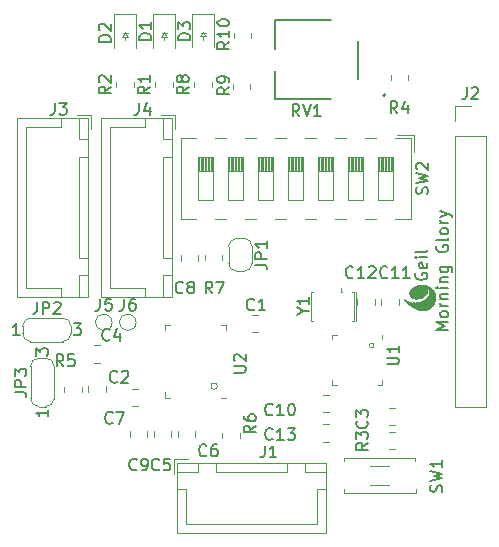
<source format=gto>
G04 #@! TF.GenerationSoftware,KiCad,Pcbnew,(5.1.12-1-10_14)*
G04 #@! TF.CreationDate,2021-12-21T11:16:05-05:00*
G04 #@! TF.ProjectId,FlowerPeripheral,466c6f77-6572-4506-9572-697068657261,rev?*
G04 #@! TF.SameCoordinates,Original*
G04 #@! TF.FileFunction,Legend,Top*
G04 #@! TF.FilePolarity,Positive*
%FSLAX46Y46*%
G04 Gerber Fmt 4.6, Leading zero omitted, Abs format (unit mm)*
G04 Created by KiCad (PCBNEW (5.1.12-1-10_14)) date 2021-12-21 11:16:05*
%MOMM*%
%LPD*%
G01*
G04 APERTURE LIST*
%ADD10C,0.150000*%
%ADD11C,0.120000*%
%ADD12C,0.125000*%
%ADD13C,0.100000*%
%ADD14C,0.200000*%
%ADD15C,0.127000*%
G04 APERTURE END LIST*
D10*
X159774000Y-98456666D02*
X159726380Y-98551904D01*
X159726380Y-98694761D01*
X159774000Y-98837619D01*
X159869238Y-98932857D01*
X159964476Y-98980476D01*
X160154952Y-99028095D01*
X160297809Y-99028095D01*
X160488285Y-98980476D01*
X160583523Y-98932857D01*
X160678761Y-98837619D01*
X160726380Y-98694761D01*
X160726380Y-98599523D01*
X160678761Y-98456666D01*
X160631142Y-98409047D01*
X160297809Y-98409047D01*
X160297809Y-98599523D01*
X160678761Y-97599523D02*
X160726380Y-97694761D01*
X160726380Y-97885238D01*
X160678761Y-97980476D01*
X160583523Y-98028095D01*
X160202571Y-98028095D01*
X160107333Y-97980476D01*
X160059714Y-97885238D01*
X160059714Y-97694761D01*
X160107333Y-97599523D01*
X160202571Y-97551904D01*
X160297809Y-97551904D01*
X160393047Y-98028095D01*
X160726380Y-97123333D02*
X160059714Y-97123333D01*
X159726380Y-97123333D02*
X159774000Y-97170952D01*
X159821619Y-97123333D01*
X159774000Y-97075714D01*
X159726380Y-97123333D01*
X159821619Y-97123333D01*
X160726380Y-96504285D02*
X160678761Y-96599523D01*
X160583523Y-96647142D01*
X159726380Y-96647142D01*
X162504380Y-103274190D02*
X161504380Y-103274190D01*
X162218666Y-102940857D01*
X161504380Y-102607523D01*
X162504380Y-102607523D01*
X162504380Y-101988476D02*
X162456761Y-102083714D01*
X162409142Y-102131333D01*
X162313904Y-102178952D01*
X162028190Y-102178952D01*
X161932952Y-102131333D01*
X161885333Y-102083714D01*
X161837714Y-101988476D01*
X161837714Y-101845619D01*
X161885333Y-101750380D01*
X161932952Y-101702761D01*
X162028190Y-101655142D01*
X162313904Y-101655142D01*
X162409142Y-101702761D01*
X162456761Y-101750380D01*
X162504380Y-101845619D01*
X162504380Y-101988476D01*
X162504380Y-101226571D02*
X161837714Y-101226571D01*
X162028190Y-101226571D02*
X161932952Y-101178952D01*
X161885333Y-101131333D01*
X161837714Y-101036095D01*
X161837714Y-100940857D01*
X161837714Y-100607523D02*
X162504380Y-100607523D01*
X161932952Y-100607523D02*
X161885333Y-100559904D01*
X161837714Y-100464666D01*
X161837714Y-100321809D01*
X161885333Y-100226571D01*
X161980571Y-100178952D01*
X162504380Y-100178952D01*
X162504380Y-99702761D02*
X161837714Y-99702761D01*
X161504380Y-99702761D02*
X161552000Y-99750380D01*
X161599619Y-99702761D01*
X161552000Y-99655142D01*
X161504380Y-99702761D01*
X161599619Y-99702761D01*
X161837714Y-99226571D02*
X162504380Y-99226571D01*
X161932952Y-99226571D02*
X161885333Y-99178952D01*
X161837714Y-99083714D01*
X161837714Y-98940857D01*
X161885333Y-98845619D01*
X161980571Y-98798000D01*
X162504380Y-98798000D01*
X161837714Y-97893238D02*
X162647238Y-97893238D01*
X162742476Y-97940857D01*
X162790095Y-97988476D01*
X162837714Y-98083714D01*
X162837714Y-98226571D01*
X162790095Y-98321809D01*
X162456761Y-97893238D02*
X162504380Y-97988476D01*
X162504380Y-98178952D01*
X162456761Y-98274190D01*
X162409142Y-98321809D01*
X162313904Y-98369428D01*
X162028190Y-98369428D01*
X161932952Y-98321809D01*
X161885333Y-98274190D01*
X161837714Y-98178952D01*
X161837714Y-97988476D01*
X161885333Y-97893238D01*
X161552000Y-96131333D02*
X161504380Y-96226571D01*
X161504380Y-96369428D01*
X161552000Y-96512285D01*
X161647238Y-96607523D01*
X161742476Y-96655142D01*
X161932952Y-96702761D01*
X162075809Y-96702761D01*
X162266285Y-96655142D01*
X162361523Y-96607523D01*
X162456761Y-96512285D01*
X162504380Y-96369428D01*
X162504380Y-96274190D01*
X162456761Y-96131333D01*
X162409142Y-96083714D01*
X162075809Y-96083714D01*
X162075809Y-96274190D01*
X162504380Y-95512285D02*
X162456761Y-95607523D01*
X162361523Y-95655142D01*
X161504380Y-95655142D01*
X162504380Y-94988476D02*
X162456761Y-95083714D01*
X162409142Y-95131333D01*
X162313904Y-95178952D01*
X162028190Y-95178952D01*
X161932952Y-95131333D01*
X161885333Y-95083714D01*
X161837714Y-94988476D01*
X161837714Y-94845619D01*
X161885333Y-94750380D01*
X161932952Y-94702761D01*
X162028190Y-94655142D01*
X162313904Y-94655142D01*
X162409142Y-94702761D01*
X162456761Y-94750380D01*
X162504380Y-94845619D01*
X162504380Y-94988476D01*
X162504380Y-94226571D02*
X161837714Y-94226571D01*
X162028190Y-94226571D02*
X161932952Y-94178952D01*
X161885333Y-94131333D01*
X161837714Y-94036095D01*
X161837714Y-93940857D01*
X161837714Y-93702761D02*
X162504380Y-93464666D01*
X161837714Y-93226571D02*
X162504380Y-93464666D01*
X162742476Y-93559904D01*
X162790095Y-93607523D01*
X162837714Y-93702761D01*
D11*
X156220305Y-104584500D02*
G75*
G03*
X156220305Y-104584500I-200805J0D01*
G01*
X142953908Y-108013500D02*
G75*
G03*
X142953908Y-108013500I-269408J0D01*
G01*
X132538748Y-106035000D02*
X133061252Y-106035000D01*
X132538748Y-104565000D02*
X133061252Y-104565000D01*
X150892100Y-102482500D02*
X150892100Y-100482500D01*
X154492100Y-100482500D02*
X154492100Y-102482500D01*
X153442100Y-100082500D02*
X153442100Y-99682500D01*
X154692100Y-102482500D02*
X154692100Y-100482500D01*
X150892100Y-100482500D02*
X150892100Y-100082500D01*
X154492100Y-100482500D02*
X154492100Y-100082500D01*
X154692100Y-100482500D02*
X154692100Y-100082500D01*
X154492100Y-102482500D02*
X154342100Y-102482500D01*
X154492100Y-100082500D02*
X154342100Y-100082500D01*
X153442100Y-100082500D02*
X153492100Y-100082500D01*
X150892100Y-100082500D02*
X151042100Y-100082500D01*
X150892100Y-102482500D02*
X151042100Y-102482500D01*
X156833900Y-101124652D02*
X156833900Y-100602148D01*
X158303900Y-101124652D02*
X158303900Y-100602148D01*
X156271900Y-101124652D02*
X156271900Y-100602148D01*
X154801900Y-101124652D02*
X154801900Y-100602148D01*
D12*
X158903840Y-100856340D02*
X158975410Y-100934685D01*
X158975410Y-100934685D02*
X159046019Y-101005833D01*
X158839009Y-100779657D02*
X158903840Y-100856340D01*
X158789440Y-100714068D02*
X158839009Y-100779657D01*
X159478261Y-99762157D02*
X159406997Y-99829484D01*
X161066126Y-99779723D02*
X160976584Y-99699030D01*
X160689739Y-100072995D02*
X160725969Y-99985203D01*
X160725969Y-99985203D02*
X160755135Y-99894743D01*
X160774344Y-99809370D02*
X160777595Y-99790915D01*
X160777595Y-99790915D02*
X160780552Y-99775074D01*
X160780552Y-99775074D02*
X160783234Y-99761305D01*
X160787540Y-99759063D02*
X160805799Y-99770833D01*
X160805799Y-99770833D02*
X160825835Y-99784999D01*
X160825835Y-99784999D02*
X160845611Y-99800712D01*
X159508300Y-100968662D02*
X159407241Y-100948240D01*
X159407241Y-100948240D02*
X159299120Y-100919459D01*
X159299120Y-100919459D02*
X159189844Y-100884099D01*
X159189844Y-100884099D02*
X159085260Y-100843875D01*
X159085260Y-100843875D02*
X159019455Y-100814612D01*
X159019455Y-100814612D02*
X158940982Y-100776254D01*
X158940982Y-100776254D02*
X158866194Y-100737261D01*
X158866194Y-100737261D02*
X158813831Y-100706777D01*
X158813831Y-100706777D02*
X158796682Y-100696163D01*
X158796682Y-100696163D02*
X158782023Y-100687447D01*
X158782023Y-100687447D02*
X158769183Y-100680046D01*
X158767863Y-100681355D02*
X158773732Y-100690715D01*
X158773732Y-100690715D02*
X158780793Y-100701509D01*
X158780793Y-100701509D02*
X158789440Y-100714068D01*
D13*
G36*
X158889700Y-100749100D02*
G01*
X159054800Y-100830380D01*
X159260540Y-100906580D01*
X159509460Y-100970080D01*
X159748220Y-100990400D01*
X159913320Y-100970080D01*
X160131760Y-100919280D01*
X160362900Y-100817680D01*
X160535620Y-100723700D01*
X160672780Y-100632260D01*
X160830260Y-100462080D01*
X160916620Y-100307140D01*
X160959800Y-100157280D01*
X160957260Y-99984560D01*
X160903920Y-99855020D01*
X160812480Y-99773740D01*
X160784540Y-99781360D01*
X160748980Y-99908360D01*
X160708340Y-100030280D01*
X160604200Y-100215700D01*
X160474660Y-100360480D01*
X160355280Y-100457000D01*
X160243520Y-100538280D01*
X160047940Y-100596700D01*
X159814260Y-100617020D01*
X159639000Y-100589080D01*
X159478980Y-100530660D01*
X159364680Y-100454460D01*
X159296100Y-100383340D01*
X159245300Y-100299520D01*
X159232600Y-100197920D01*
X159235140Y-100119180D01*
X159255460Y-100035360D01*
X159303720Y-99949000D01*
X159415480Y-99816920D01*
X159545020Y-99702620D01*
X159735520Y-99588320D01*
X159997140Y-99494340D01*
X160256220Y-99463860D01*
X160538160Y-99481640D01*
X160766760Y-99550220D01*
X161015680Y-99705160D01*
X161213800Y-99918520D01*
X161353500Y-100180140D01*
X161422080Y-100449380D01*
X161411920Y-100708460D01*
X161335720Y-100954840D01*
X161216340Y-101185980D01*
X161061400Y-101343460D01*
X160883600Y-101465380D01*
X160586420Y-101564440D01*
X160370520Y-101600000D01*
X160121600Y-101582220D01*
X159793940Y-101495860D01*
X159492928Y-101347493D01*
X159263610Y-101193184D01*
X158975410Y-100934685D01*
X158796682Y-100696163D01*
X158889700Y-100749100D01*
G37*
X158889700Y-100749100D02*
X159054800Y-100830380D01*
X159260540Y-100906580D01*
X159509460Y-100970080D01*
X159748220Y-100990400D01*
X159913320Y-100970080D01*
X160131760Y-100919280D01*
X160362900Y-100817680D01*
X160535620Y-100723700D01*
X160672780Y-100632260D01*
X160830260Y-100462080D01*
X160916620Y-100307140D01*
X160959800Y-100157280D01*
X160957260Y-99984560D01*
X160903920Y-99855020D01*
X160812480Y-99773740D01*
X160784540Y-99781360D01*
X160748980Y-99908360D01*
X160708340Y-100030280D01*
X160604200Y-100215700D01*
X160474660Y-100360480D01*
X160355280Y-100457000D01*
X160243520Y-100538280D01*
X160047940Y-100596700D01*
X159814260Y-100617020D01*
X159639000Y-100589080D01*
X159478980Y-100530660D01*
X159364680Y-100454460D01*
X159296100Y-100383340D01*
X159245300Y-100299520D01*
X159232600Y-100197920D01*
X159235140Y-100119180D01*
X159255460Y-100035360D01*
X159303720Y-99949000D01*
X159415480Y-99816920D01*
X159545020Y-99702620D01*
X159735520Y-99588320D01*
X159997140Y-99494340D01*
X160256220Y-99463860D01*
X160538160Y-99481640D01*
X160766760Y-99550220D01*
X161015680Y-99705160D01*
X161213800Y-99918520D01*
X161353500Y-100180140D01*
X161422080Y-100449380D01*
X161411920Y-100708460D01*
X161335720Y-100954840D01*
X161216340Y-101185980D01*
X161061400Y-101343460D01*
X160883600Y-101465380D01*
X160586420Y-101564440D01*
X160370520Y-101600000D01*
X160121600Y-101582220D01*
X159793940Y-101495860D01*
X159492928Y-101347493D01*
X159263610Y-101193184D01*
X158975410Y-100934685D01*
X158796682Y-100696163D01*
X158889700Y-100749100D01*
D12*
X159492928Y-101347493D02*
G75*
G02*
X159263610Y-101193184I1115378J1905100D01*
G01*
X159263610Y-101193184D02*
G75*
G02*
X159046019Y-101005833I1565121J2037783D01*
G01*
X158767862Y-100681356D02*
G75*
G02*
X158767996Y-100680204I793J492D01*
G01*
X158767997Y-100680204D02*
G75*
G02*
X158769183Y-100680046I696J-697D01*
G01*
X159728644Y-100987795D02*
G75*
G02*
X159508300Y-100968662I11118J1406404D01*
G01*
X159939914Y-100970556D02*
G75*
G02*
X159728644Y-100987795I-201878J1170857D01*
G01*
X160152052Y-100914940D02*
G75*
G02*
X159939914Y-100970556I-429915J1207452D01*
G01*
X160375149Y-100819202D02*
G75*
G02*
X160152052Y-100914940I-866616J1711637D01*
G01*
X160546032Y-100718712D02*
G75*
G02*
X160375149Y-100819201I-883069J1306134D01*
G01*
X160690552Y-100603702D02*
G75*
G02*
X160546032Y-100718712I-811080J870891D01*
G01*
X160807367Y-100475222D02*
G75*
G02*
X160690552Y-100603702I-830006J637304D01*
G01*
X160895574Y-100334518D02*
G75*
G02*
X160807368Y-100475222I-783526J393184D01*
G01*
X160954634Y-100175422D02*
G75*
G02*
X160895573Y-100334518I-752159J188711D01*
G01*
X160965769Y-100029665D02*
G75*
G02*
X160954634Y-100175423I-431220J-40361D01*
G01*
X160928306Y-99903387D02*
G75*
G02*
X160965769Y-100029665I-300825J-157940D01*
G01*
X160845611Y-99800712D02*
G75*
G02*
X160928307Y-99903386I-219163J-261158D01*
G01*
X160783923Y-99759746D02*
G75*
G02*
X160787540Y-99759063I2179J-1617D01*
G01*
X160783234Y-99761305D02*
G75*
G02*
X160783923Y-99759746I3793J-746D01*
G01*
X160774344Y-99809369D02*
G75*
G02*
X160755135Y-99894743I-848264J146008D01*
G01*
X160689739Y-100072994D02*
G75*
G02*
X160649253Y-100150330I-775659J356801D01*
G01*
X160649253Y-100150330D02*
G75*
G02*
X160518227Y-100325330I-863172J509724D01*
G01*
X160518227Y-100325331D02*
G75*
G02*
X160352697Y-100467243I-724485J677562D01*
G01*
X160352697Y-100467243D02*
G75*
G02*
X160165302Y-100566023I-527006J772635D01*
G01*
X160165302Y-100566023D02*
G75*
G02*
X159969748Y-100613814I-277853J712949D01*
G01*
X159969748Y-100613813D02*
G75*
G02*
X159793142Y-100615019I-94254J871246D01*
G01*
X159793142Y-100615020D02*
G75*
G02*
X159617571Y-100581005I86539J916808D01*
G01*
X159617571Y-100581005D02*
G75*
G02*
X159460316Y-100516275I237993J801566D01*
G01*
X159460316Y-100516275D02*
G75*
G02*
X159338242Y-100426314I251945J469685D01*
G01*
X160478027Y-99477507D02*
G75*
G02*
X160700935Y-99531360I-92380J-870639D01*
G01*
X160700935Y-99531360D02*
G75*
G02*
X160791667Y-99573254I-280537J-726762D01*
G01*
X160791666Y-99573255D02*
G75*
G02*
X160884325Y-99629682I-514784J-949608D01*
G01*
X159338242Y-100426314D02*
G75*
G02*
X159250455Y-100294174I271386J275526D01*
G01*
X159250455Y-100294174D02*
G75*
G02*
X159230771Y-100146558I282553J112798D01*
G01*
X161375832Y-100303363D02*
G75*
G02*
X161409161Y-100600125I-1010580J-263749D01*
G01*
X161409161Y-100600124D02*
G75*
G02*
X161358102Y-100898454I-1100392J34796D01*
G01*
X161358102Y-100898455D02*
G75*
G02*
X161262010Y-101108789I-911957J289514D01*
G01*
X161262010Y-101108788D02*
G75*
G02*
X161119299Y-101286835I-774130J474276D01*
G01*
X161119299Y-101286834D02*
G75*
G02*
X160932555Y-101427872I-667253J689341D01*
G01*
X160932554Y-101427872D02*
G75*
G02*
X160706647Y-101529032I-599591J1036169D01*
G01*
X160706647Y-101529032D02*
G75*
G02*
X160526143Y-101574568I-413437J1258325D01*
G01*
X160526143Y-101574569D02*
G75*
G02*
X160344735Y-101593133I-214567J1201058D01*
G01*
X160344735Y-101593133D02*
G75*
G02*
X160161036Y-101584508I-33756J1241611D01*
G01*
X160884325Y-99629682D02*
G75*
G02*
X160976584Y-99699030I-685938J-1008599D01*
G01*
X161066126Y-99779722D02*
G75*
G02*
X161259098Y-100024782I-850086J-867907D01*
G01*
X161259098Y-100024782D02*
G75*
G02*
X161375831Y-100303363I-919373J-548992D01*
G01*
X159230771Y-100146558D02*
G75*
G02*
X159283884Y-99989198I394213J-45414D01*
G01*
X159283884Y-99989198D02*
G75*
G02*
X159406997Y-99829484I721855J-429122D01*
G01*
X159478261Y-99762157D02*
G75*
G02*
X159549786Y-99704871I672399J-766247D01*
G01*
X159549786Y-99704871D02*
G75*
G02*
X159623642Y-99656102I558304J-765186D01*
G01*
X159623642Y-99656102D02*
G75*
G02*
X159701879Y-99614329I488534J-820821D01*
G01*
X159701878Y-99614329D02*
G75*
G02*
X159954858Y-99521064I638776J-1342942D01*
G01*
X159954859Y-99521064D02*
G75*
G02*
X160221459Y-99474575I391498J-1457447D01*
G01*
X160221459Y-99474575D02*
G75*
G02*
X160478028Y-99477507I112782J-1358049D01*
G01*
X160161036Y-101584507D02*
G75*
G02*
X159973697Y-101548959I173181J1424063D01*
G01*
X159973697Y-101548959D02*
G75*
G02*
X159730735Y-101466644I444215J1710858D01*
G01*
X159730735Y-101466644D02*
G75*
G02*
X159492928Y-101347493I793717J1881030D01*
G01*
D11*
X141078000Y-111798748D02*
X141078000Y-112321252D01*
X139608000Y-111798748D02*
X139608000Y-112321252D01*
X136082000Y-102616000D02*
G75*
G03*
X136082000Y-102616000I-700000J0D01*
G01*
X156923000Y-107526000D02*
X156923000Y-107901000D01*
X156923000Y-107901000D02*
X156548000Y-107901000D01*
X152703000Y-104056000D02*
X152703000Y-103681000D01*
X152703000Y-103681000D02*
X153078000Y-103681000D01*
X152703000Y-107526000D02*
X152703000Y-107901000D01*
X152703000Y-107901000D02*
X153078000Y-107901000D01*
X156923000Y-104056000D02*
X156923000Y-103681000D01*
X134050000Y-102616000D02*
G75*
G03*
X134050000Y-102616000I-700000J0D01*
G01*
X145907000Y-96201000D02*
X145907000Y-97601000D01*
X145207000Y-98301000D02*
X144607000Y-98301000D01*
X143907000Y-97601000D02*
X143907000Y-96201000D01*
X144607000Y-95501000D02*
X145207000Y-95501000D01*
X145907000Y-97601000D02*
G75*
G02*
X145207000Y-98301000I-700000J0D01*
G01*
X144607000Y-98301000D02*
G75*
G02*
X143907000Y-97601000I0J700000D01*
G01*
X143907000Y-96201000D02*
G75*
G02*
X144607000Y-95501000I700000J0D01*
G01*
X145207000Y-95501000D02*
G75*
G02*
X145907000Y-96201000I0J-700000D01*
G01*
X136278252Y-109735000D02*
X135755748Y-109735000D01*
X136278252Y-108265000D02*
X135755748Y-108265000D01*
X145915748Y-103478000D02*
X146438252Y-103478000D01*
X145915748Y-102008000D02*
X146438252Y-102008000D01*
X132034000Y-108549252D02*
X132034000Y-108026748D01*
X133504000Y-108549252D02*
X133504000Y-108026748D01*
X137576000Y-111798748D02*
X137576000Y-112321252D01*
X139046000Y-111798748D02*
X139046000Y-112321252D01*
X139854000Y-97416252D02*
X139854000Y-96893748D01*
X141324000Y-97416252D02*
X141324000Y-96893748D01*
X137014000Y-112321252D02*
X137014000Y-111798748D01*
X135544000Y-112321252D02*
X135544000Y-111798748D01*
X131472000Y-108515064D02*
X131472000Y-108060936D01*
X130002000Y-108515064D02*
X130002000Y-108060936D01*
X143365000Y-111972936D02*
X143365000Y-112427064D01*
X144835000Y-111972936D02*
X144835000Y-112427064D01*
X141886000Y-97382064D02*
X141886000Y-96927936D01*
X143356000Y-97382064D02*
X143356000Y-96927936D01*
X139553000Y-114507000D02*
X139553000Y-120477000D01*
X139553000Y-120477000D02*
X152173000Y-120477000D01*
X152173000Y-120477000D02*
X152173000Y-114507000D01*
X152173000Y-114507000D02*
X139553000Y-114507000D01*
X142863000Y-114517000D02*
X142863000Y-115267000D01*
X142863000Y-115267000D02*
X148863000Y-115267000D01*
X148863000Y-115267000D02*
X148863000Y-114517000D01*
X148863000Y-114517000D02*
X142863000Y-114517000D01*
X139563000Y-114517000D02*
X139563000Y-115267000D01*
X139563000Y-115267000D02*
X141363000Y-115267000D01*
X141363000Y-115267000D02*
X141363000Y-114517000D01*
X141363000Y-114517000D02*
X139563000Y-114517000D01*
X150363000Y-114517000D02*
X150363000Y-115267000D01*
X150363000Y-115267000D02*
X152163000Y-115267000D01*
X152163000Y-115267000D02*
X152163000Y-114517000D01*
X152163000Y-114517000D02*
X150363000Y-114517000D01*
X139563000Y-116767000D02*
X140313000Y-116767000D01*
X140313000Y-116767000D02*
X140313000Y-119717000D01*
X140313000Y-119717000D02*
X145863000Y-119717000D01*
X152163000Y-116767000D02*
X151413000Y-116767000D01*
X151413000Y-116767000D02*
X151413000Y-119717000D01*
X151413000Y-119717000D02*
X145863000Y-119717000D01*
X140513000Y-114217000D02*
X139263000Y-114217000D01*
X139263000Y-114217000D02*
X139263000Y-115467000D01*
X132290000Y-85034000D02*
X131040000Y-85034000D01*
X132290000Y-86284000D02*
X132290000Y-85034000D01*
X126790000Y-99684000D02*
X126790000Y-92884000D01*
X129740000Y-99684000D02*
X126790000Y-99684000D01*
X129740000Y-100434000D02*
X129740000Y-99684000D01*
X126790000Y-86084000D02*
X126790000Y-92884000D01*
X129740000Y-86084000D02*
X126790000Y-86084000D01*
X129740000Y-85334000D02*
X129740000Y-86084000D01*
X131990000Y-100434000D02*
X131990000Y-98634000D01*
X131240000Y-100434000D02*
X131990000Y-100434000D01*
X131240000Y-98634000D02*
X131240000Y-100434000D01*
X131990000Y-98634000D02*
X131240000Y-98634000D01*
X131990000Y-87134000D02*
X131990000Y-85334000D01*
X131240000Y-87134000D02*
X131990000Y-87134000D01*
X131240000Y-85334000D02*
X131240000Y-87134000D01*
X131990000Y-85334000D02*
X131240000Y-85334000D01*
X131990000Y-97134000D02*
X131990000Y-88634000D01*
X131240000Y-97134000D02*
X131990000Y-97134000D01*
X131240000Y-88634000D02*
X131240000Y-97134000D01*
X131990000Y-88634000D02*
X131240000Y-88634000D01*
X132000000Y-100444000D02*
X132000000Y-85324000D01*
X126030000Y-100444000D02*
X132000000Y-100444000D01*
X126030000Y-85324000D02*
X126030000Y-100444000D01*
X132000000Y-85324000D02*
X126030000Y-85324000D01*
X139112000Y-85324000D02*
X133142000Y-85324000D01*
X133142000Y-85324000D02*
X133142000Y-100444000D01*
X133142000Y-100444000D02*
X139112000Y-100444000D01*
X139112000Y-100444000D02*
X139112000Y-85324000D01*
X139102000Y-88634000D02*
X138352000Y-88634000D01*
X138352000Y-88634000D02*
X138352000Y-97134000D01*
X138352000Y-97134000D02*
X139102000Y-97134000D01*
X139102000Y-97134000D02*
X139102000Y-88634000D01*
X139102000Y-85334000D02*
X138352000Y-85334000D01*
X138352000Y-85334000D02*
X138352000Y-87134000D01*
X138352000Y-87134000D02*
X139102000Y-87134000D01*
X139102000Y-87134000D02*
X139102000Y-85334000D01*
X139102000Y-98634000D02*
X138352000Y-98634000D01*
X138352000Y-98634000D02*
X138352000Y-100434000D01*
X138352000Y-100434000D02*
X139102000Y-100434000D01*
X139102000Y-100434000D02*
X139102000Y-98634000D01*
X136852000Y-85334000D02*
X136852000Y-86084000D01*
X136852000Y-86084000D02*
X133902000Y-86084000D01*
X133902000Y-86084000D02*
X133902000Y-92884000D01*
X136852000Y-100434000D02*
X136852000Y-99684000D01*
X136852000Y-99684000D02*
X133902000Y-99684000D01*
X133902000Y-99684000D02*
X133902000Y-92884000D01*
X139402000Y-86284000D02*
X139402000Y-85034000D01*
X139402000Y-85034000D02*
X138152000Y-85034000D01*
X159336000Y-87014000D02*
X159336000Y-93834000D01*
X139876000Y-87014000D02*
X139876000Y-93834000D01*
X159336000Y-87014000D02*
X158026000Y-87014000D01*
X156426000Y-87014000D02*
X155486000Y-87014000D01*
X153886000Y-87014000D02*
X152946000Y-87014000D01*
X151346000Y-87014000D02*
X150406000Y-87014000D01*
X148806000Y-87014000D02*
X147866000Y-87014000D01*
X146266000Y-87014000D02*
X145326000Y-87014000D01*
X143726000Y-87014000D02*
X142786000Y-87014000D01*
X141186000Y-87014000D02*
X139876000Y-87014000D01*
X141186000Y-93834000D02*
X139876000Y-93834000D01*
X143726000Y-93834000D02*
X142786000Y-93834000D01*
X146266000Y-93834000D02*
X145326000Y-93834000D01*
X148806000Y-93834000D02*
X147866000Y-93834000D01*
X151346000Y-93834000D02*
X150406000Y-93834000D01*
X153886000Y-93834000D02*
X152946000Y-93834000D01*
X159336000Y-93834000D02*
X158026000Y-93834000D01*
X156426000Y-93834000D02*
X155486000Y-93834000D01*
X159576000Y-86774000D02*
X159576000Y-88157000D01*
X159576000Y-86774000D02*
X158193000Y-86774000D01*
X157861000Y-88614000D02*
X156591000Y-88614000D01*
X156591000Y-88614000D02*
X156591000Y-92234000D01*
X156591000Y-92234000D02*
X157861000Y-92234000D01*
X157861000Y-92234000D02*
X157861000Y-88614000D01*
X157741000Y-88614000D02*
X157741000Y-89820667D01*
X157621000Y-88614000D02*
X157621000Y-89820667D01*
X157501000Y-88614000D02*
X157501000Y-89820667D01*
X157381000Y-88614000D02*
X157381000Y-89820667D01*
X157261000Y-88614000D02*
X157261000Y-89820667D01*
X157141000Y-88614000D02*
X157141000Y-89820667D01*
X157021000Y-88614000D02*
X157021000Y-89820667D01*
X156901000Y-88614000D02*
X156901000Y-89820667D01*
X156781000Y-88614000D02*
X156781000Y-89820667D01*
X156661000Y-88614000D02*
X156661000Y-89820667D01*
X157861000Y-89820667D02*
X156591000Y-89820667D01*
X155321000Y-88614000D02*
X154051000Y-88614000D01*
X154051000Y-88614000D02*
X154051000Y-92234000D01*
X154051000Y-92234000D02*
X155321000Y-92234000D01*
X155321000Y-92234000D02*
X155321000Y-88614000D01*
X155201000Y-88614000D02*
X155201000Y-89820667D01*
X155081000Y-88614000D02*
X155081000Y-89820667D01*
X154961000Y-88614000D02*
X154961000Y-89820667D01*
X154841000Y-88614000D02*
X154841000Y-89820667D01*
X154721000Y-88614000D02*
X154721000Y-89820667D01*
X154601000Y-88614000D02*
X154601000Y-89820667D01*
X154481000Y-88614000D02*
X154481000Y-89820667D01*
X154361000Y-88614000D02*
X154361000Y-89820667D01*
X154241000Y-88614000D02*
X154241000Y-89820667D01*
X154121000Y-88614000D02*
X154121000Y-89820667D01*
X155321000Y-89820667D02*
X154051000Y-89820667D01*
X152781000Y-88614000D02*
X151511000Y-88614000D01*
X151511000Y-88614000D02*
X151511000Y-92234000D01*
X151511000Y-92234000D02*
X152781000Y-92234000D01*
X152781000Y-92234000D02*
X152781000Y-88614000D01*
X152661000Y-88614000D02*
X152661000Y-89820667D01*
X152541000Y-88614000D02*
X152541000Y-89820667D01*
X152421000Y-88614000D02*
X152421000Y-89820667D01*
X152301000Y-88614000D02*
X152301000Y-89820667D01*
X152181000Y-88614000D02*
X152181000Y-89820667D01*
X152061000Y-88614000D02*
X152061000Y-89820667D01*
X151941000Y-88614000D02*
X151941000Y-89820667D01*
X151821000Y-88614000D02*
X151821000Y-89820667D01*
X151701000Y-88614000D02*
X151701000Y-89820667D01*
X151581000Y-88614000D02*
X151581000Y-89820667D01*
X152781000Y-89820667D02*
X151511000Y-89820667D01*
X150241000Y-88614000D02*
X148971000Y-88614000D01*
X148971000Y-88614000D02*
X148971000Y-92234000D01*
X148971000Y-92234000D02*
X150241000Y-92234000D01*
X150241000Y-92234000D02*
X150241000Y-88614000D01*
X150121000Y-88614000D02*
X150121000Y-89820667D01*
X150001000Y-88614000D02*
X150001000Y-89820667D01*
X149881000Y-88614000D02*
X149881000Y-89820667D01*
X149761000Y-88614000D02*
X149761000Y-89820667D01*
X149641000Y-88614000D02*
X149641000Y-89820667D01*
X149521000Y-88614000D02*
X149521000Y-89820667D01*
X149401000Y-88614000D02*
X149401000Y-89820667D01*
X149281000Y-88614000D02*
X149281000Y-89820667D01*
X149161000Y-88614000D02*
X149161000Y-89820667D01*
X149041000Y-88614000D02*
X149041000Y-89820667D01*
X150241000Y-89820667D02*
X148971000Y-89820667D01*
X147701000Y-88614000D02*
X146431000Y-88614000D01*
X146431000Y-88614000D02*
X146431000Y-92234000D01*
X146431000Y-92234000D02*
X147701000Y-92234000D01*
X147701000Y-92234000D02*
X147701000Y-88614000D01*
X147581000Y-88614000D02*
X147581000Y-89820667D01*
X147461000Y-88614000D02*
X147461000Y-89820667D01*
X147341000Y-88614000D02*
X147341000Y-89820667D01*
X147221000Y-88614000D02*
X147221000Y-89820667D01*
X147101000Y-88614000D02*
X147101000Y-89820667D01*
X146981000Y-88614000D02*
X146981000Y-89820667D01*
X146861000Y-88614000D02*
X146861000Y-89820667D01*
X146741000Y-88614000D02*
X146741000Y-89820667D01*
X146621000Y-88614000D02*
X146621000Y-89820667D01*
X146501000Y-88614000D02*
X146501000Y-89820667D01*
X147701000Y-89820667D02*
X146431000Y-89820667D01*
X145161000Y-88614000D02*
X143891000Y-88614000D01*
X143891000Y-88614000D02*
X143891000Y-92234000D01*
X143891000Y-92234000D02*
X145161000Y-92234000D01*
X145161000Y-92234000D02*
X145161000Y-88614000D01*
X145041000Y-88614000D02*
X145041000Y-89820667D01*
X144921000Y-88614000D02*
X144921000Y-89820667D01*
X144801000Y-88614000D02*
X144801000Y-89820667D01*
X144681000Y-88614000D02*
X144681000Y-89820667D01*
X144561000Y-88614000D02*
X144561000Y-89820667D01*
X144441000Y-88614000D02*
X144441000Y-89820667D01*
X144321000Y-88614000D02*
X144321000Y-89820667D01*
X144201000Y-88614000D02*
X144201000Y-89820667D01*
X144081000Y-88614000D02*
X144081000Y-89820667D01*
X143961000Y-88614000D02*
X143961000Y-89820667D01*
X145161000Y-89820667D02*
X143891000Y-89820667D01*
X142621000Y-88614000D02*
X141351000Y-88614000D01*
X141351000Y-88614000D02*
X141351000Y-92234000D01*
X141351000Y-92234000D02*
X142621000Y-92234000D01*
X142621000Y-92234000D02*
X142621000Y-88614000D01*
X142501000Y-88614000D02*
X142501000Y-89820667D01*
X142381000Y-88614000D02*
X142381000Y-89820667D01*
X142261000Y-88614000D02*
X142261000Y-89820667D01*
X142141000Y-88614000D02*
X142141000Y-89820667D01*
X142021000Y-88614000D02*
X142021000Y-89820667D01*
X141901000Y-88614000D02*
X141901000Y-89820667D01*
X141781000Y-88614000D02*
X141781000Y-89820667D01*
X141661000Y-88614000D02*
X141661000Y-89820667D01*
X141541000Y-88614000D02*
X141541000Y-89820667D01*
X141421000Y-88614000D02*
X141421000Y-89820667D01*
X142621000Y-89820667D02*
X141351000Y-89820667D01*
X157472748Y-111352000D02*
X157995252Y-111352000D01*
X157472748Y-109882000D02*
X157995252Y-109882000D01*
X157961064Y-111914000D02*
X157506936Y-111914000D01*
X157961064Y-113384000D02*
X157506936Y-113384000D01*
X155918000Y-116370000D02*
X157518000Y-116370000D01*
X155918000Y-114770000D02*
X157518000Y-114770000D01*
X159818000Y-117070000D02*
X159818000Y-116770000D01*
X153718000Y-117070000D02*
X159818000Y-117070000D01*
X153718000Y-116770000D02*
X153718000Y-117070000D01*
X153718000Y-114070000D02*
X153718000Y-114370000D01*
X159718000Y-114070000D02*
X159718000Y-114370000D01*
X153718000Y-114070000D02*
X159718000Y-114070000D01*
X152407252Y-108739000D02*
X151884748Y-108739000D01*
X152407252Y-110209000D02*
X151884748Y-110209000D01*
X152407252Y-112735000D02*
X151884748Y-112735000D01*
X152407252Y-111265000D02*
X151884748Y-111265000D01*
X143232000Y-109028000D02*
X143707000Y-109028000D01*
X138487000Y-102808000D02*
X138487000Y-103283000D01*
X138962000Y-102808000D02*
X138487000Y-102808000D01*
X143707000Y-102808000D02*
X143707000Y-103283000D01*
X143232000Y-102808000D02*
X143707000Y-102808000D01*
X138487000Y-109028000D02*
X138487000Y-108553000D01*
X138962000Y-109028000D02*
X138487000Y-109028000D01*
D14*
X157184000Y-83391000D02*
G75*
G03*
X157184000Y-83391000I-100000J0D01*
G01*
D15*
X147864000Y-83746000D02*
X152614000Y-83746000D01*
X147864000Y-81306000D02*
X147864000Y-83746000D01*
X147864000Y-77036000D02*
X152614000Y-77036000D01*
X147864000Y-79476000D02*
X147864000Y-77036000D01*
X154904000Y-82016000D02*
X154904000Y-78766000D01*
D11*
X163071500Y-109788000D02*
X165731500Y-109788000D01*
X163071500Y-86868000D02*
X163071500Y-109788000D01*
X165731500Y-86868000D02*
X165731500Y-109788000D01*
X163071500Y-86868000D02*
X165731500Y-86868000D01*
X163071500Y-85598000D02*
X163071500Y-84268000D01*
X163071500Y-84268000D02*
X164401500Y-84268000D01*
X140772000Y-76473600D02*
X140772000Y-79333600D01*
X142692000Y-76473600D02*
X140772000Y-76473600D01*
X142692000Y-79333600D02*
X142692000Y-76473600D01*
X142007000Y-78408600D02*
X141782000Y-78133600D01*
X141782000Y-78133600D02*
X141507000Y-78408600D01*
X141507000Y-78408600D02*
X142007000Y-78408600D01*
X141782000Y-78408600D02*
X141782000Y-78683600D01*
X141782000Y-78133600D02*
X141782000Y-78008600D01*
X141982000Y-78133600D02*
X141557000Y-78133600D01*
X137695000Y-82726264D02*
X137695000Y-82272136D01*
X139165000Y-82726264D02*
X139165000Y-82272136D01*
X135863000Y-82726264D02*
X135863000Y-82272136D01*
X134393000Y-82726264D02*
X134393000Y-82272136D01*
X140997000Y-82726264D02*
X140997000Y-82272136D01*
X142467000Y-82726264D02*
X142467000Y-82272136D01*
X144248200Y-82853264D02*
X144248200Y-82399136D01*
X145718200Y-82853264D02*
X145718200Y-82399136D01*
X145819800Y-78535264D02*
X145819800Y-78081136D01*
X144349800Y-78535264D02*
X144349800Y-78081136D01*
X127124000Y-102251000D02*
X129924000Y-102251000D01*
X130574000Y-102951000D02*
X130574000Y-103551000D01*
X129924000Y-104251000D02*
X127124000Y-104251000D01*
X126474000Y-103551000D02*
X126474000Y-102951000D01*
X129874000Y-102251000D02*
G75*
G02*
X130574000Y-102951000I0J-700000D01*
G01*
X130574000Y-103551000D02*
G75*
G02*
X129874000Y-104251000I-700000J0D01*
G01*
X127174000Y-104251000D02*
G75*
G02*
X126474000Y-103551000I0J700000D01*
G01*
X126474000Y-102951000D02*
G75*
G02*
X127174000Y-102251000I700000J0D01*
G01*
X127843000Y-109746000D02*
G75*
G02*
X127143000Y-109046000I0J700000D01*
G01*
X129143000Y-109046000D02*
G75*
G02*
X128443000Y-109746000I-700000J0D01*
G01*
X128443000Y-105646000D02*
G75*
G02*
X129143000Y-106346000I0J-700000D01*
G01*
X127143000Y-106346000D02*
G75*
G02*
X127843000Y-105646000I700000J0D01*
G01*
X128443000Y-109746000D02*
X127843000Y-109746000D01*
X129143000Y-106296000D02*
X129143000Y-109096000D01*
X127843000Y-105646000D02*
X128443000Y-105646000D01*
X127143000Y-109096000D02*
X127143000Y-106296000D01*
X135378000Y-78159000D02*
X134953000Y-78159000D01*
X135178000Y-78159000D02*
X135178000Y-78034000D01*
X135178000Y-78434000D02*
X135178000Y-78709000D01*
X134903000Y-78434000D02*
X135403000Y-78434000D01*
X135178000Y-78159000D02*
X134903000Y-78434000D01*
X135403000Y-78434000D02*
X135178000Y-78159000D01*
X136088000Y-79359000D02*
X136088000Y-76499000D01*
X136088000Y-76499000D02*
X134168000Y-76499000D01*
X134168000Y-76499000D02*
X134168000Y-79359000D01*
X138680000Y-78159000D02*
X138255000Y-78159000D01*
X138480000Y-78159000D02*
X138480000Y-78034000D01*
X138480000Y-78434000D02*
X138480000Y-78709000D01*
X138205000Y-78434000D02*
X138705000Y-78434000D01*
X138480000Y-78159000D02*
X138205000Y-78434000D01*
X138705000Y-78434000D02*
X138480000Y-78159000D01*
X139390000Y-79359000D02*
X139390000Y-76499000D01*
X139390000Y-76499000D02*
X137470000Y-76499000D01*
X137470000Y-76499000D02*
X137470000Y-79359000D01*
X159104000Y-82142064D02*
X159104000Y-81687936D01*
X157634000Y-82142064D02*
X157634000Y-81687936D01*
D10*
X133839833Y-104069642D02*
X133792214Y-104117261D01*
X133649357Y-104164880D01*
X133554119Y-104164880D01*
X133411261Y-104117261D01*
X133316023Y-104022023D01*
X133268404Y-103926785D01*
X133220785Y-103736309D01*
X133220785Y-103593452D01*
X133268404Y-103402976D01*
X133316023Y-103307738D01*
X133411261Y-103212500D01*
X133554119Y-103164880D01*
X133649357Y-103164880D01*
X133792214Y-103212500D01*
X133839833Y-103260119D01*
X134696976Y-103498214D02*
X134696976Y-104164880D01*
X134458880Y-103117261D02*
X134220785Y-103831547D01*
X134839833Y-103831547D01*
X150217190Y-101695190D02*
X150693380Y-101695190D01*
X149693380Y-102028523D02*
X150217190Y-101695190D01*
X149693380Y-101361857D01*
X150693380Y-100504714D02*
X150693380Y-101076142D01*
X150693380Y-100790428D02*
X149693380Y-100790428D01*
X149836238Y-100885666D01*
X149931476Y-100980904D01*
X149979095Y-101076142D01*
X157345142Y-98782142D02*
X157297523Y-98829761D01*
X157154666Y-98877380D01*
X157059428Y-98877380D01*
X156916571Y-98829761D01*
X156821333Y-98734523D01*
X156773714Y-98639285D01*
X156726095Y-98448809D01*
X156726095Y-98305952D01*
X156773714Y-98115476D01*
X156821333Y-98020238D01*
X156916571Y-97925000D01*
X157059428Y-97877380D01*
X157154666Y-97877380D01*
X157297523Y-97925000D01*
X157345142Y-97972619D01*
X158297523Y-98877380D02*
X157726095Y-98877380D01*
X158011809Y-98877380D02*
X158011809Y-97877380D01*
X157916571Y-98020238D01*
X157821333Y-98115476D01*
X157726095Y-98163095D01*
X159249904Y-98877380D02*
X158678476Y-98877380D01*
X158964190Y-98877380D02*
X158964190Y-97877380D01*
X158868952Y-98020238D01*
X158773714Y-98115476D01*
X158678476Y-98163095D01*
X154449542Y-98782142D02*
X154401923Y-98829761D01*
X154259066Y-98877380D01*
X154163828Y-98877380D01*
X154020971Y-98829761D01*
X153925733Y-98734523D01*
X153878114Y-98639285D01*
X153830495Y-98448809D01*
X153830495Y-98305952D01*
X153878114Y-98115476D01*
X153925733Y-98020238D01*
X154020971Y-97925000D01*
X154163828Y-97877380D01*
X154259066Y-97877380D01*
X154401923Y-97925000D01*
X154449542Y-97972619D01*
X155401923Y-98877380D02*
X154830495Y-98877380D01*
X155116209Y-98877380D02*
X155116209Y-97877380D01*
X155020971Y-98020238D01*
X154925733Y-98115476D01*
X154830495Y-98163095D01*
X155782876Y-97972619D02*
X155830495Y-97925000D01*
X155925733Y-97877380D01*
X156163828Y-97877380D01*
X156259066Y-97925000D01*
X156306685Y-97972619D01*
X156354304Y-98067857D01*
X156354304Y-98163095D01*
X156306685Y-98305952D01*
X155735257Y-98877380D01*
X156354304Y-98877380D01*
X142033333Y-113857142D02*
X141985714Y-113904761D01*
X141842857Y-113952380D01*
X141747619Y-113952380D01*
X141604761Y-113904761D01*
X141509523Y-113809523D01*
X141461904Y-113714285D01*
X141414285Y-113523809D01*
X141414285Y-113380952D01*
X141461904Y-113190476D01*
X141509523Y-113095238D01*
X141604761Y-113000000D01*
X141747619Y-112952380D01*
X141842857Y-112952380D01*
X141985714Y-113000000D01*
X142033333Y-113047619D01*
X142890476Y-112952380D02*
X142700000Y-112952380D01*
X142604761Y-113000000D01*
X142557142Y-113047619D01*
X142461904Y-113190476D01*
X142414285Y-113380952D01*
X142414285Y-113761904D01*
X142461904Y-113857142D01*
X142509523Y-113904761D01*
X142604761Y-113952380D01*
X142795238Y-113952380D01*
X142890476Y-113904761D01*
X142938095Y-113857142D01*
X142985714Y-113761904D01*
X142985714Y-113523809D01*
X142938095Y-113428571D01*
X142890476Y-113380952D01*
X142795238Y-113333333D01*
X142604761Y-113333333D01*
X142509523Y-113380952D01*
X142461904Y-113428571D01*
X142414285Y-113523809D01*
X135048666Y-100620380D02*
X135048666Y-101334666D01*
X135001047Y-101477523D01*
X134905809Y-101572761D01*
X134762952Y-101620380D01*
X134667714Y-101620380D01*
X135953428Y-100620380D02*
X135762952Y-100620380D01*
X135667714Y-100668000D01*
X135620095Y-100715619D01*
X135524857Y-100858476D01*
X135477238Y-101048952D01*
X135477238Y-101429904D01*
X135524857Y-101525142D01*
X135572476Y-101572761D01*
X135667714Y-101620380D01*
X135858190Y-101620380D01*
X135953428Y-101572761D01*
X136001047Y-101525142D01*
X136048666Y-101429904D01*
X136048666Y-101191809D01*
X136001047Y-101096571D01*
X135953428Y-101048952D01*
X135858190Y-101001333D01*
X135667714Y-101001333D01*
X135572476Y-101048952D01*
X135524857Y-101096571D01*
X135477238Y-101191809D01*
X157313380Y-106171904D02*
X158122904Y-106171904D01*
X158218142Y-106124285D01*
X158265761Y-106076666D01*
X158313380Y-105981428D01*
X158313380Y-105790952D01*
X158265761Y-105695714D01*
X158218142Y-105648095D01*
X158122904Y-105600476D01*
X157313380Y-105600476D01*
X158313380Y-104600476D02*
X158313380Y-105171904D01*
X158313380Y-104886190D02*
X157313380Y-104886190D01*
X157456238Y-104981428D01*
X157551476Y-105076666D01*
X157599095Y-105171904D01*
X133016666Y-100620380D02*
X133016666Y-101334666D01*
X132969047Y-101477523D01*
X132873809Y-101572761D01*
X132730952Y-101620380D01*
X132635714Y-101620380D01*
X133969047Y-100620380D02*
X133492857Y-100620380D01*
X133445238Y-101096571D01*
X133492857Y-101048952D01*
X133588095Y-101001333D01*
X133826190Y-101001333D01*
X133921428Y-101048952D01*
X133969047Y-101096571D01*
X134016666Y-101191809D01*
X134016666Y-101429904D01*
X133969047Y-101525142D01*
X133921428Y-101572761D01*
X133826190Y-101620380D01*
X133588095Y-101620380D01*
X133492857Y-101572761D01*
X133445238Y-101525142D01*
X146159380Y-97734333D02*
X146873666Y-97734333D01*
X147016523Y-97781952D01*
X147111761Y-97877190D01*
X147159380Y-98020047D01*
X147159380Y-98115285D01*
X147159380Y-97258142D02*
X146159380Y-97258142D01*
X146159380Y-96877190D01*
X146207000Y-96781952D01*
X146254619Y-96734333D01*
X146349857Y-96686714D01*
X146492714Y-96686714D01*
X146587952Y-96734333D01*
X146635571Y-96781952D01*
X146683190Y-96877190D01*
X146683190Y-97258142D01*
X147159380Y-95734333D02*
X147159380Y-96305761D01*
X147159380Y-96020047D02*
X146159380Y-96020047D01*
X146302238Y-96115285D01*
X146397476Y-96210523D01*
X146445095Y-96305761D01*
X134083333Y-111107142D02*
X134035714Y-111154761D01*
X133892857Y-111202380D01*
X133797619Y-111202380D01*
X133654761Y-111154761D01*
X133559523Y-111059523D01*
X133511904Y-110964285D01*
X133464285Y-110773809D01*
X133464285Y-110630952D01*
X133511904Y-110440476D01*
X133559523Y-110345238D01*
X133654761Y-110250000D01*
X133797619Y-110202380D01*
X133892857Y-110202380D01*
X134035714Y-110250000D01*
X134083333Y-110297619D01*
X134416666Y-110202380D02*
X135083333Y-110202380D01*
X134654761Y-111202380D01*
X146073833Y-101512642D02*
X146026214Y-101560261D01*
X145883357Y-101607880D01*
X145788119Y-101607880D01*
X145645261Y-101560261D01*
X145550023Y-101465023D01*
X145502404Y-101369785D01*
X145454785Y-101179309D01*
X145454785Y-101036452D01*
X145502404Y-100845976D01*
X145550023Y-100750738D01*
X145645261Y-100655500D01*
X145788119Y-100607880D01*
X145883357Y-100607880D01*
X146026214Y-100655500D01*
X146073833Y-100703119D01*
X147026214Y-101607880D02*
X146454785Y-101607880D01*
X146740500Y-101607880D02*
X146740500Y-100607880D01*
X146645261Y-100750738D01*
X146550023Y-100845976D01*
X146454785Y-100893595D01*
X134483333Y-107627142D02*
X134435714Y-107674761D01*
X134292857Y-107722380D01*
X134197619Y-107722380D01*
X134054761Y-107674761D01*
X133959523Y-107579523D01*
X133911904Y-107484285D01*
X133864285Y-107293809D01*
X133864285Y-107150952D01*
X133911904Y-106960476D01*
X133959523Y-106865238D01*
X134054761Y-106770000D01*
X134197619Y-106722380D01*
X134292857Y-106722380D01*
X134435714Y-106770000D01*
X134483333Y-106817619D01*
X134864285Y-106817619D02*
X134911904Y-106770000D01*
X135007142Y-106722380D01*
X135245238Y-106722380D01*
X135340476Y-106770000D01*
X135388095Y-106817619D01*
X135435714Y-106912857D01*
X135435714Y-107008095D01*
X135388095Y-107150952D01*
X134816666Y-107722380D01*
X135435714Y-107722380D01*
X138033333Y-115057142D02*
X137985714Y-115104761D01*
X137842857Y-115152380D01*
X137747619Y-115152380D01*
X137604761Y-115104761D01*
X137509523Y-115009523D01*
X137461904Y-114914285D01*
X137414285Y-114723809D01*
X137414285Y-114580952D01*
X137461904Y-114390476D01*
X137509523Y-114295238D01*
X137604761Y-114200000D01*
X137747619Y-114152380D01*
X137842857Y-114152380D01*
X137985714Y-114200000D01*
X138033333Y-114247619D01*
X138938095Y-114152380D02*
X138461904Y-114152380D01*
X138414285Y-114628571D01*
X138461904Y-114580952D01*
X138557142Y-114533333D01*
X138795238Y-114533333D01*
X138890476Y-114580952D01*
X138938095Y-114628571D01*
X138985714Y-114723809D01*
X138985714Y-114961904D01*
X138938095Y-115057142D01*
X138890476Y-115104761D01*
X138795238Y-115152380D01*
X138557142Y-115152380D01*
X138461904Y-115104761D01*
X138414285Y-115057142D01*
X140041333Y-100077542D02*
X139993714Y-100125161D01*
X139850857Y-100172780D01*
X139755619Y-100172780D01*
X139612761Y-100125161D01*
X139517523Y-100029923D01*
X139469904Y-99934685D01*
X139422285Y-99744209D01*
X139422285Y-99601352D01*
X139469904Y-99410876D01*
X139517523Y-99315638D01*
X139612761Y-99220400D01*
X139755619Y-99172780D01*
X139850857Y-99172780D01*
X139993714Y-99220400D01*
X140041333Y-99268019D01*
X140612761Y-99601352D02*
X140517523Y-99553733D01*
X140469904Y-99506114D01*
X140422285Y-99410876D01*
X140422285Y-99363257D01*
X140469904Y-99268019D01*
X140517523Y-99220400D01*
X140612761Y-99172780D01*
X140803238Y-99172780D01*
X140898476Y-99220400D01*
X140946095Y-99268019D01*
X140993714Y-99363257D01*
X140993714Y-99410876D01*
X140946095Y-99506114D01*
X140898476Y-99553733D01*
X140803238Y-99601352D01*
X140612761Y-99601352D01*
X140517523Y-99648971D01*
X140469904Y-99696590D01*
X140422285Y-99791828D01*
X140422285Y-99982304D01*
X140469904Y-100077542D01*
X140517523Y-100125161D01*
X140612761Y-100172780D01*
X140803238Y-100172780D01*
X140898476Y-100125161D01*
X140946095Y-100077542D01*
X140993714Y-99982304D01*
X140993714Y-99791828D01*
X140946095Y-99696590D01*
X140898476Y-99648971D01*
X140803238Y-99601352D01*
X136133333Y-115057142D02*
X136085714Y-115104761D01*
X135942857Y-115152380D01*
X135847619Y-115152380D01*
X135704761Y-115104761D01*
X135609523Y-115009523D01*
X135561904Y-114914285D01*
X135514285Y-114723809D01*
X135514285Y-114580952D01*
X135561904Y-114390476D01*
X135609523Y-114295238D01*
X135704761Y-114200000D01*
X135847619Y-114152380D01*
X135942857Y-114152380D01*
X136085714Y-114200000D01*
X136133333Y-114247619D01*
X136609523Y-115152380D02*
X136800000Y-115152380D01*
X136895238Y-115104761D01*
X136942857Y-115057142D01*
X137038095Y-114914285D01*
X137085714Y-114723809D01*
X137085714Y-114342857D01*
X137038095Y-114247619D01*
X136990476Y-114200000D01*
X136895238Y-114152380D01*
X136704761Y-114152380D01*
X136609523Y-114200000D01*
X136561904Y-114247619D01*
X136514285Y-114342857D01*
X136514285Y-114580952D01*
X136561904Y-114676190D01*
X136609523Y-114723809D01*
X136704761Y-114771428D01*
X136895238Y-114771428D01*
X136990476Y-114723809D01*
X137038095Y-114676190D01*
X137085714Y-114580952D01*
X129923333Y-106342380D02*
X129590000Y-105866190D01*
X129351904Y-106342380D02*
X129351904Y-105342380D01*
X129732857Y-105342380D01*
X129828095Y-105390000D01*
X129875714Y-105437619D01*
X129923333Y-105532857D01*
X129923333Y-105675714D01*
X129875714Y-105770952D01*
X129828095Y-105818571D01*
X129732857Y-105866190D01*
X129351904Y-105866190D01*
X130828095Y-105342380D02*
X130351904Y-105342380D01*
X130304285Y-105818571D01*
X130351904Y-105770952D01*
X130447142Y-105723333D01*
X130685238Y-105723333D01*
X130780476Y-105770952D01*
X130828095Y-105818571D01*
X130875714Y-105913809D01*
X130875714Y-106151904D01*
X130828095Y-106247142D01*
X130780476Y-106294761D01*
X130685238Y-106342380D01*
X130447142Y-106342380D01*
X130351904Y-106294761D01*
X130304285Y-106247142D01*
X146203380Y-111366666D02*
X145727190Y-111700000D01*
X146203380Y-111938095D02*
X145203380Y-111938095D01*
X145203380Y-111557142D01*
X145251000Y-111461904D01*
X145298619Y-111414285D01*
X145393857Y-111366666D01*
X145536714Y-111366666D01*
X145631952Y-111414285D01*
X145679571Y-111461904D01*
X145727190Y-111557142D01*
X145727190Y-111938095D01*
X145203380Y-110509523D02*
X145203380Y-110700000D01*
X145251000Y-110795238D01*
X145298619Y-110842857D01*
X145441476Y-110938095D01*
X145631952Y-110985714D01*
X146012904Y-110985714D01*
X146108142Y-110938095D01*
X146155761Y-110890476D01*
X146203380Y-110795238D01*
X146203380Y-110604761D01*
X146155761Y-110509523D01*
X146108142Y-110461904D01*
X146012904Y-110414285D01*
X145774809Y-110414285D01*
X145679571Y-110461904D01*
X145631952Y-110509523D01*
X145584333Y-110604761D01*
X145584333Y-110795238D01*
X145631952Y-110890476D01*
X145679571Y-110938095D01*
X145774809Y-110985714D01*
X142530533Y-100172780D02*
X142197200Y-99696590D01*
X141959104Y-100172780D02*
X141959104Y-99172780D01*
X142340057Y-99172780D01*
X142435295Y-99220400D01*
X142482914Y-99268019D01*
X142530533Y-99363257D01*
X142530533Y-99506114D01*
X142482914Y-99601352D01*
X142435295Y-99648971D01*
X142340057Y-99696590D01*
X141959104Y-99696590D01*
X142863866Y-99172780D02*
X143530533Y-99172780D01*
X143101961Y-100172780D01*
X146966666Y-113052380D02*
X146966666Y-113766666D01*
X146919047Y-113909523D01*
X146823809Y-114004761D01*
X146680952Y-114052380D01*
X146585714Y-114052380D01*
X147966666Y-114052380D02*
X147395238Y-114052380D01*
X147680952Y-114052380D02*
X147680952Y-113052380D01*
X147585714Y-113195238D01*
X147490476Y-113290476D01*
X147395238Y-113338095D01*
X129206666Y-84034380D02*
X129206666Y-84748666D01*
X129159047Y-84891523D01*
X129063809Y-84986761D01*
X128920952Y-85034380D01*
X128825714Y-85034380D01*
X129587619Y-84034380D02*
X130206666Y-84034380D01*
X129873333Y-84415333D01*
X130016190Y-84415333D01*
X130111428Y-84462952D01*
X130159047Y-84510571D01*
X130206666Y-84605809D01*
X130206666Y-84843904D01*
X130159047Y-84939142D01*
X130111428Y-84986761D01*
X130016190Y-85034380D01*
X129730476Y-85034380D01*
X129635238Y-84986761D01*
X129587619Y-84939142D01*
X136318666Y-84034380D02*
X136318666Y-84748666D01*
X136271047Y-84891523D01*
X136175809Y-84986761D01*
X136032952Y-85034380D01*
X135937714Y-85034380D01*
X137223428Y-84367714D02*
X137223428Y-85034380D01*
X136985333Y-83986761D02*
X136747238Y-84701047D01*
X137366285Y-84701047D01*
X160740761Y-91757333D02*
X160788380Y-91614476D01*
X160788380Y-91376380D01*
X160740761Y-91281142D01*
X160693142Y-91233523D01*
X160597904Y-91185904D01*
X160502666Y-91185904D01*
X160407428Y-91233523D01*
X160359809Y-91281142D01*
X160312190Y-91376380D01*
X160264571Y-91566857D01*
X160216952Y-91662095D01*
X160169333Y-91709714D01*
X160074095Y-91757333D01*
X159978857Y-91757333D01*
X159883619Y-91709714D01*
X159836000Y-91662095D01*
X159788380Y-91566857D01*
X159788380Y-91328761D01*
X159836000Y-91185904D01*
X159788380Y-90852571D02*
X160788380Y-90614476D01*
X160074095Y-90424000D01*
X160788380Y-90233523D01*
X159788380Y-89995428D01*
X159883619Y-89662095D02*
X159836000Y-89614476D01*
X159788380Y-89519238D01*
X159788380Y-89281142D01*
X159836000Y-89185904D01*
X159883619Y-89138285D01*
X159978857Y-89090666D01*
X160074095Y-89090666D01*
X160216952Y-89138285D01*
X160788380Y-89709714D01*
X160788380Y-89090666D01*
X155614642Y-110974166D02*
X155662261Y-111021785D01*
X155709880Y-111164642D01*
X155709880Y-111259880D01*
X155662261Y-111402738D01*
X155567023Y-111497976D01*
X155471785Y-111545595D01*
X155281309Y-111593214D01*
X155138452Y-111593214D01*
X154947976Y-111545595D01*
X154852738Y-111497976D01*
X154757500Y-111402738D01*
X154709880Y-111259880D01*
X154709880Y-111164642D01*
X154757500Y-111021785D01*
X154805119Y-110974166D01*
X154709880Y-110640833D02*
X154709880Y-110021785D01*
X155090833Y-110355119D01*
X155090833Y-110212261D01*
X155138452Y-110117023D01*
X155186071Y-110069404D01*
X155281309Y-110021785D01*
X155519404Y-110021785D01*
X155614642Y-110069404D01*
X155662261Y-110117023D01*
X155709880Y-110212261D01*
X155709880Y-110497976D01*
X155662261Y-110593214D01*
X155614642Y-110640833D01*
X155709880Y-112815666D02*
X155233690Y-113149000D01*
X155709880Y-113387095D02*
X154709880Y-113387095D01*
X154709880Y-113006142D01*
X154757500Y-112910904D01*
X154805119Y-112863285D01*
X154900357Y-112815666D01*
X155043214Y-112815666D01*
X155138452Y-112863285D01*
X155186071Y-112910904D01*
X155233690Y-113006142D01*
X155233690Y-113387095D01*
X154709880Y-112482333D02*
X154709880Y-111863285D01*
X155090833Y-112196619D01*
X155090833Y-112053761D01*
X155138452Y-111958523D01*
X155186071Y-111910904D01*
X155281309Y-111863285D01*
X155519404Y-111863285D01*
X155614642Y-111910904D01*
X155662261Y-111958523D01*
X155709880Y-112053761D01*
X155709880Y-112339476D01*
X155662261Y-112434714D01*
X155614642Y-112482333D01*
X161948761Y-116966833D02*
X161996380Y-116823976D01*
X161996380Y-116585880D01*
X161948761Y-116490642D01*
X161901142Y-116443023D01*
X161805904Y-116395404D01*
X161710666Y-116395404D01*
X161615428Y-116443023D01*
X161567809Y-116490642D01*
X161520190Y-116585880D01*
X161472571Y-116776357D01*
X161424952Y-116871595D01*
X161377333Y-116919214D01*
X161282095Y-116966833D01*
X161186857Y-116966833D01*
X161091619Y-116919214D01*
X161044000Y-116871595D01*
X160996380Y-116776357D01*
X160996380Y-116538261D01*
X161044000Y-116395404D01*
X160996380Y-116062071D02*
X161996380Y-115823976D01*
X161282095Y-115633500D01*
X161996380Y-115443023D01*
X160996380Y-115204928D01*
X161996380Y-114300166D02*
X161996380Y-114871595D01*
X161996380Y-114585880D02*
X160996380Y-114585880D01*
X161139238Y-114681119D01*
X161234476Y-114776357D01*
X161282095Y-114871595D01*
X147629642Y-110402642D02*
X147582023Y-110450261D01*
X147439166Y-110497880D01*
X147343928Y-110497880D01*
X147201071Y-110450261D01*
X147105833Y-110355023D01*
X147058214Y-110259785D01*
X147010595Y-110069309D01*
X147010595Y-109926452D01*
X147058214Y-109735976D01*
X147105833Y-109640738D01*
X147201071Y-109545500D01*
X147343928Y-109497880D01*
X147439166Y-109497880D01*
X147582023Y-109545500D01*
X147629642Y-109593119D01*
X148582023Y-110497880D02*
X148010595Y-110497880D01*
X148296309Y-110497880D02*
X148296309Y-109497880D01*
X148201071Y-109640738D01*
X148105833Y-109735976D01*
X148010595Y-109783595D01*
X149201071Y-109497880D02*
X149296309Y-109497880D01*
X149391547Y-109545500D01*
X149439166Y-109593119D01*
X149486785Y-109688357D01*
X149534404Y-109878833D01*
X149534404Y-110116928D01*
X149486785Y-110307404D01*
X149439166Y-110402642D01*
X149391547Y-110450261D01*
X149296309Y-110497880D01*
X149201071Y-110497880D01*
X149105833Y-110450261D01*
X149058214Y-110402642D01*
X149010595Y-110307404D01*
X148962976Y-110116928D01*
X148962976Y-109878833D01*
X149010595Y-109688357D01*
X149058214Y-109593119D01*
X149105833Y-109545500D01*
X149201071Y-109497880D01*
X147629642Y-112484142D02*
X147582023Y-112531761D01*
X147439166Y-112579380D01*
X147343928Y-112579380D01*
X147201071Y-112531761D01*
X147105833Y-112436523D01*
X147058214Y-112341285D01*
X147010595Y-112150809D01*
X147010595Y-112007952D01*
X147058214Y-111817476D01*
X147105833Y-111722238D01*
X147201071Y-111627000D01*
X147343928Y-111579380D01*
X147439166Y-111579380D01*
X147582023Y-111627000D01*
X147629642Y-111674619D01*
X148582023Y-112579380D02*
X148010595Y-112579380D01*
X148296309Y-112579380D02*
X148296309Y-111579380D01*
X148201071Y-111722238D01*
X148105833Y-111817476D01*
X148010595Y-111865095D01*
X148915357Y-111579380D02*
X149534404Y-111579380D01*
X149201071Y-111960333D01*
X149343928Y-111960333D01*
X149439166Y-112007952D01*
X149486785Y-112055571D01*
X149534404Y-112150809D01*
X149534404Y-112388904D01*
X149486785Y-112484142D01*
X149439166Y-112531761D01*
X149343928Y-112579380D01*
X149058214Y-112579380D01*
X148962976Y-112531761D01*
X148915357Y-112484142D01*
X144359380Y-106870404D02*
X145168904Y-106870404D01*
X145264142Y-106822785D01*
X145311761Y-106775166D01*
X145359380Y-106679928D01*
X145359380Y-106489452D01*
X145311761Y-106394214D01*
X145264142Y-106346595D01*
X145168904Y-106298976D01*
X144359380Y-106298976D01*
X144454619Y-105870404D02*
X144407000Y-105822785D01*
X144359380Y-105727547D01*
X144359380Y-105489452D01*
X144407000Y-105394214D01*
X144454619Y-105346595D01*
X144549857Y-105298976D01*
X144645095Y-105298976D01*
X144787952Y-105346595D01*
X145359380Y-105918023D01*
X145359380Y-105298976D01*
X149899761Y-85161380D02*
X149566428Y-84685190D01*
X149328333Y-85161380D02*
X149328333Y-84161380D01*
X149709285Y-84161380D01*
X149804523Y-84209000D01*
X149852142Y-84256619D01*
X149899761Y-84351857D01*
X149899761Y-84494714D01*
X149852142Y-84589952D01*
X149804523Y-84637571D01*
X149709285Y-84685190D01*
X149328333Y-84685190D01*
X150185476Y-84161380D02*
X150518809Y-85161380D01*
X150852142Y-84161380D01*
X151709285Y-85161380D02*
X151137857Y-85161380D01*
X151423571Y-85161380D02*
X151423571Y-84161380D01*
X151328333Y-84304238D01*
X151233095Y-84399476D01*
X151137857Y-84447095D01*
X164068166Y-82720380D02*
X164068166Y-83434666D01*
X164020547Y-83577523D01*
X163925309Y-83672761D01*
X163782452Y-83720380D01*
X163687214Y-83720380D01*
X164496738Y-82815619D02*
X164544357Y-82768000D01*
X164639595Y-82720380D01*
X164877690Y-82720380D01*
X164972928Y-82768000D01*
X165020547Y-82815619D01*
X165068166Y-82910857D01*
X165068166Y-83006095D01*
X165020547Y-83148952D01*
X164449119Y-83720380D01*
X165068166Y-83720380D01*
X140660380Y-78716095D02*
X139660380Y-78716095D01*
X139660380Y-78478000D01*
X139708000Y-78335142D01*
X139803238Y-78239904D01*
X139898476Y-78192285D01*
X140088952Y-78144666D01*
X140231809Y-78144666D01*
X140422285Y-78192285D01*
X140517523Y-78239904D01*
X140612761Y-78335142D01*
X140660380Y-78478000D01*
X140660380Y-78716095D01*
X139660380Y-77811333D02*
X139660380Y-77192285D01*
X140041333Y-77525619D01*
X140041333Y-77382761D01*
X140088952Y-77287523D01*
X140136571Y-77239904D01*
X140231809Y-77192285D01*
X140469904Y-77192285D01*
X140565142Y-77239904D01*
X140612761Y-77287523D01*
X140660380Y-77382761D01*
X140660380Y-77668476D01*
X140612761Y-77763714D01*
X140565142Y-77811333D01*
X137232380Y-82665866D02*
X136756190Y-82999200D01*
X137232380Y-83237295D02*
X136232380Y-83237295D01*
X136232380Y-82856342D01*
X136280000Y-82761104D01*
X136327619Y-82713485D01*
X136422857Y-82665866D01*
X136565714Y-82665866D01*
X136660952Y-82713485D01*
X136708571Y-82761104D01*
X136756190Y-82856342D01*
X136756190Y-83237295D01*
X137232380Y-81713485D02*
X137232380Y-82284914D01*
X137232380Y-81999200D02*
X136232380Y-81999200D01*
X136375238Y-82094438D01*
X136470476Y-82189676D01*
X136518095Y-82284914D01*
X133930380Y-82665866D02*
X133454190Y-82999200D01*
X133930380Y-83237295D02*
X132930380Y-83237295D01*
X132930380Y-82856342D01*
X132978000Y-82761104D01*
X133025619Y-82713485D01*
X133120857Y-82665866D01*
X133263714Y-82665866D01*
X133358952Y-82713485D01*
X133406571Y-82761104D01*
X133454190Y-82856342D01*
X133454190Y-83237295D01*
X133025619Y-82284914D02*
X132978000Y-82237295D01*
X132930380Y-82142057D01*
X132930380Y-81903961D01*
X132978000Y-81808723D01*
X133025619Y-81761104D01*
X133120857Y-81713485D01*
X133216095Y-81713485D01*
X133358952Y-81761104D01*
X133930380Y-82332533D01*
X133930380Y-81713485D01*
X140534380Y-82665866D02*
X140058190Y-82999200D01*
X140534380Y-83237295D02*
X139534380Y-83237295D01*
X139534380Y-82856342D01*
X139582000Y-82761104D01*
X139629619Y-82713485D01*
X139724857Y-82665866D01*
X139867714Y-82665866D01*
X139962952Y-82713485D01*
X140010571Y-82761104D01*
X140058190Y-82856342D01*
X140058190Y-83237295D01*
X139962952Y-82094438D02*
X139915333Y-82189676D01*
X139867714Y-82237295D01*
X139772476Y-82284914D01*
X139724857Y-82284914D01*
X139629619Y-82237295D01*
X139582000Y-82189676D01*
X139534380Y-82094438D01*
X139534380Y-81903961D01*
X139582000Y-81808723D01*
X139629619Y-81761104D01*
X139724857Y-81713485D01*
X139772476Y-81713485D01*
X139867714Y-81761104D01*
X139915333Y-81808723D01*
X139962952Y-81903961D01*
X139962952Y-82094438D01*
X140010571Y-82189676D01*
X140058190Y-82237295D01*
X140153428Y-82284914D01*
X140343904Y-82284914D01*
X140439142Y-82237295D01*
X140486761Y-82189676D01*
X140534380Y-82094438D01*
X140534380Y-81903961D01*
X140486761Y-81808723D01*
X140439142Y-81761104D01*
X140343904Y-81713485D01*
X140153428Y-81713485D01*
X140058190Y-81761104D01*
X140010571Y-81808723D01*
X139962952Y-81903961D01*
X143962380Y-82716666D02*
X143486190Y-83050000D01*
X143962380Y-83288095D02*
X142962380Y-83288095D01*
X142962380Y-82907142D01*
X143010000Y-82811904D01*
X143057619Y-82764285D01*
X143152857Y-82716666D01*
X143295714Y-82716666D01*
X143390952Y-82764285D01*
X143438571Y-82811904D01*
X143486190Y-82907142D01*
X143486190Y-83288095D01*
X143962380Y-82240476D02*
X143962380Y-82050000D01*
X143914761Y-81954761D01*
X143867142Y-81907142D01*
X143724285Y-81811904D01*
X143533809Y-81764285D01*
X143152857Y-81764285D01*
X143057619Y-81811904D01*
X143010000Y-81859523D01*
X142962380Y-81954761D01*
X142962380Y-82145238D01*
X143010000Y-82240476D01*
X143057619Y-82288095D01*
X143152857Y-82335714D01*
X143390952Y-82335714D01*
X143486190Y-82288095D01*
X143533809Y-82240476D01*
X143581428Y-82145238D01*
X143581428Y-81954761D01*
X143533809Y-81859523D01*
X143486190Y-81811904D01*
X143390952Y-81764285D01*
X143962380Y-78874857D02*
X143486190Y-79208190D01*
X143962380Y-79446285D02*
X142962380Y-79446285D01*
X142962380Y-79065333D01*
X143010000Y-78970095D01*
X143057619Y-78922476D01*
X143152857Y-78874857D01*
X143295714Y-78874857D01*
X143390952Y-78922476D01*
X143438571Y-78970095D01*
X143486190Y-79065333D01*
X143486190Y-79446285D01*
X143962380Y-77922476D02*
X143962380Y-78493904D01*
X143962380Y-78208190D02*
X142962380Y-78208190D01*
X143105238Y-78303428D01*
X143200476Y-78398666D01*
X143248095Y-78493904D01*
X142962380Y-77303428D02*
X142962380Y-77208190D01*
X143010000Y-77112952D01*
X143057619Y-77065333D01*
X143152857Y-77017714D01*
X143343333Y-76970095D01*
X143581428Y-76970095D01*
X143771904Y-77017714D01*
X143867142Y-77065333D01*
X143914761Y-77112952D01*
X143962380Y-77208190D01*
X143962380Y-77303428D01*
X143914761Y-77398666D01*
X143867142Y-77446285D01*
X143771904Y-77493904D01*
X143581428Y-77541523D01*
X143343333Y-77541523D01*
X143152857Y-77493904D01*
X143057619Y-77446285D01*
X143010000Y-77398666D01*
X142962380Y-77303428D01*
X127690666Y-100903380D02*
X127690666Y-101617666D01*
X127643047Y-101760523D01*
X127547809Y-101855761D01*
X127404952Y-101903380D01*
X127309714Y-101903380D01*
X128166857Y-101903380D02*
X128166857Y-100903380D01*
X128547809Y-100903380D01*
X128643047Y-100951000D01*
X128690666Y-100998619D01*
X128738285Y-101093857D01*
X128738285Y-101236714D01*
X128690666Y-101331952D01*
X128643047Y-101379571D01*
X128547809Y-101427190D01*
X128166857Y-101427190D01*
X129119238Y-100998619D02*
X129166857Y-100951000D01*
X129262095Y-100903380D01*
X129500190Y-100903380D01*
X129595428Y-100951000D01*
X129643047Y-100998619D01*
X129690666Y-101093857D01*
X129690666Y-101189095D01*
X129643047Y-101331952D01*
X129071619Y-101903380D01*
X129690666Y-101903380D01*
X130790666Y-102703380D02*
X131409714Y-102703380D01*
X131076380Y-103084333D01*
X131219238Y-103084333D01*
X131314476Y-103131952D01*
X131362095Y-103179571D01*
X131409714Y-103274809D01*
X131409714Y-103512904D01*
X131362095Y-103608142D01*
X131314476Y-103655761D01*
X131219238Y-103703380D01*
X130933523Y-103703380D01*
X130838285Y-103655761D01*
X130790666Y-103608142D01*
X126209714Y-103703380D02*
X125638285Y-103703380D01*
X125924000Y-103703380D02*
X125924000Y-102703380D01*
X125828761Y-102846238D01*
X125733523Y-102941476D01*
X125638285Y-102989095D01*
X125795380Y-108529333D02*
X126509666Y-108529333D01*
X126652523Y-108576952D01*
X126747761Y-108672190D01*
X126795380Y-108815047D01*
X126795380Y-108910285D01*
X126795380Y-108053142D02*
X125795380Y-108053142D01*
X125795380Y-107672190D01*
X125843000Y-107576952D01*
X125890619Y-107529333D01*
X125985857Y-107481714D01*
X126128714Y-107481714D01*
X126223952Y-107529333D01*
X126271571Y-107576952D01*
X126319190Y-107672190D01*
X126319190Y-108053142D01*
X125795380Y-107148380D02*
X125795380Y-106529333D01*
X126176333Y-106862666D01*
X126176333Y-106719809D01*
X126223952Y-106624571D01*
X126271571Y-106576952D01*
X126366809Y-106529333D01*
X126604904Y-106529333D01*
X126700142Y-106576952D01*
X126747761Y-106624571D01*
X126795380Y-106719809D01*
X126795380Y-107005523D01*
X126747761Y-107100761D01*
X126700142Y-107148380D01*
X128595380Y-110010285D02*
X128595380Y-110581714D01*
X128595380Y-110296000D02*
X127595380Y-110296000D01*
X127738238Y-110391238D01*
X127833476Y-110486476D01*
X127881095Y-110581714D01*
X127595380Y-105429333D02*
X127595380Y-104810285D01*
X127976333Y-105143619D01*
X127976333Y-105000761D01*
X128023952Y-104905523D01*
X128071571Y-104857904D01*
X128166809Y-104810285D01*
X128404904Y-104810285D01*
X128500142Y-104857904D01*
X128547761Y-104905523D01*
X128595380Y-105000761D01*
X128595380Y-105286476D01*
X128547761Y-105381714D01*
X128500142Y-105429333D01*
X133929380Y-78843095D02*
X132929380Y-78843095D01*
X132929380Y-78605000D01*
X132977000Y-78462142D01*
X133072238Y-78366904D01*
X133167476Y-78319285D01*
X133357952Y-78271666D01*
X133500809Y-78271666D01*
X133691285Y-78319285D01*
X133786523Y-78366904D01*
X133881761Y-78462142D01*
X133929380Y-78605000D01*
X133929380Y-78843095D01*
X133024619Y-77890714D02*
X132977000Y-77843095D01*
X132929380Y-77747857D01*
X132929380Y-77509761D01*
X132977000Y-77414523D01*
X133024619Y-77366904D01*
X133119857Y-77319285D01*
X133215095Y-77319285D01*
X133357952Y-77366904D01*
X133929380Y-77938333D01*
X133929380Y-77319285D01*
X137358380Y-78716095D02*
X136358380Y-78716095D01*
X136358380Y-78478000D01*
X136406000Y-78335142D01*
X136501238Y-78239904D01*
X136596476Y-78192285D01*
X136786952Y-78144666D01*
X136929809Y-78144666D01*
X137120285Y-78192285D01*
X137215523Y-78239904D01*
X137310761Y-78335142D01*
X137358380Y-78478000D01*
X137358380Y-78716095D01*
X137358380Y-77192285D02*
X137358380Y-77763714D01*
X137358380Y-77478000D02*
X136358380Y-77478000D01*
X136501238Y-77573238D01*
X136596476Y-77668476D01*
X136644095Y-77763714D01*
X158202333Y-84907380D02*
X157869000Y-84431190D01*
X157630904Y-84907380D02*
X157630904Y-83907380D01*
X158011857Y-83907380D01*
X158107095Y-83955000D01*
X158154714Y-84002619D01*
X158202333Y-84097857D01*
X158202333Y-84240714D01*
X158154714Y-84335952D01*
X158107095Y-84383571D01*
X158011857Y-84431190D01*
X157630904Y-84431190D01*
X159059476Y-84240714D02*
X159059476Y-84907380D01*
X158821380Y-83859761D02*
X158583285Y-84574047D01*
X159202333Y-84574047D01*
M02*

</source>
